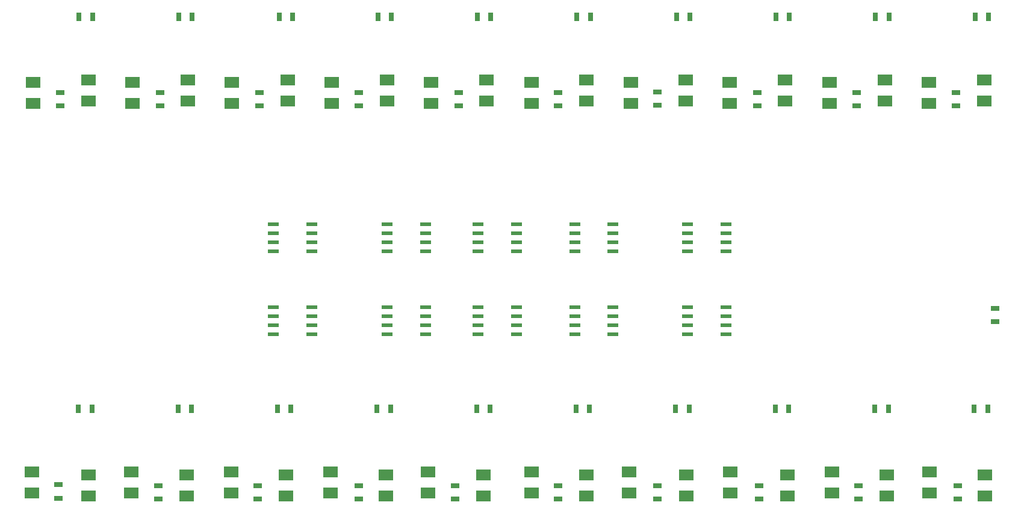
<source format=gtp>
G04*
G04 #@! TF.GenerationSoftware,Altium Limited,Altium Designer,20.0.1 (14)*
G04*
G04 Layer_Color=8421504*
%FSLAX44Y44*%
%MOMM*%
G71*
G01*
G75*
%ADD13R,0.7000X1.3000*%
%ADD14R,1.3000X0.7000*%
%ADD15R,2.1000X1.5000*%
%ADD16R,1.5500X0.6000*%
D13*
X1353990Y1175000D02*
D03*
X1372990D02*
D03*
X1213990D02*
D03*
X1232990D02*
D03*
X1092990D02*
D03*
X1073990D02*
D03*
X933990D02*
D03*
X952990D02*
D03*
X812990D02*
D03*
X793990D02*
D03*
X653990D02*
D03*
X672990D02*
D03*
X532990D02*
D03*
X513990D02*
D03*
X375500D02*
D03*
X394500D02*
D03*
X252990D02*
D03*
X233990D02*
D03*
X93990D02*
D03*
X112990D02*
D03*
X1372000Y622500D02*
D03*
X1353000D02*
D03*
X1213000D02*
D03*
X1232000D02*
D03*
X812000D02*
D03*
X793000D02*
D03*
X653000D02*
D03*
X672000D02*
D03*
X1092000D02*
D03*
X1073000D02*
D03*
X933000D02*
D03*
X952000D02*
D03*
X532000D02*
D03*
X513000D02*
D03*
X373000D02*
D03*
X392000D02*
D03*
X252000D02*
D03*
X233000D02*
D03*
X93000D02*
D03*
X112000D02*
D03*
D14*
X1382500Y764500D02*
D03*
Y745500D02*
D03*
X1327500Y1068510D02*
D03*
Y1049510D02*
D03*
X1187500D02*
D03*
Y1068510D02*
D03*
X1047500D02*
D03*
Y1049510D02*
D03*
X907500Y1050500D02*
D03*
Y1069500D02*
D03*
X767500Y1068510D02*
D03*
Y1049510D02*
D03*
X627500D02*
D03*
Y1068510D02*
D03*
X487500D02*
D03*
Y1049510D02*
D03*
X347500D02*
D03*
Y1068510D02*
D03*
X207500D02*
D03*
Y1049510D02*
D03*
X67500D02*
D03*
Y1068510D02*
D03*
X1330000Y495500D02*
D03*
Y514500D02*
D03*
X1190000D02*
D03*
Y495500D02*
D03*
X767500D02*
D03*
Y514500D02*
D03*
X622500D02*
D03*
Y495500D02*
D03*
X1050000D02*
D03*
Y514500D02*
D03*
X907500D02*
D03*
Y495500D02*
D03*
X487500D02*
D03*
Y514500D02*
D03*
X345000D02*
D03*
Y495500D02*
D03*
X205000D02*
D03*
Y514500D02*
D03*
X65000Y516000D02*
D03*
Y497000D02*
D03*
D15*
X1289001Y1082250D02*
D03*
Y1052750D02*
D03*
X1149001D02*
D03*
Y1082250D02*
D03*
X1009001D02*
D03*
Y1052750D02*
D03*
X870000D02*
D03*
Y1082250D02*
D03*
X730000D02*
D03*
Y1052750D02*
D03*
X589250D02*
D03*
Y1082250D02*
D03*
X449001D02*
D03*
Y1052750D02*
D03*
X309001D02*
D03*
Y1082250D02*
D03*
X169001D02*
D03*
Y1052750D02*
D03*
X29001D02*
D03*
Y1082250D02*
D03*
X1290000Y504250D02*
D03*
Y533750D02*
D03*
X1152500D02*
D03*
Y504250D02*
D03*
X730000Y504240D02*
D03*
Y533740D02*
D03*
X585000D02*
D03*
Y504240D02*
D03*
X1010000Y504250D02*
D03*
Y533750D02*
D03*
X867500Y533740D02*
D03*
Y504240D02*
D03*
X447500D02*
D03*
Y533740D02*
D03*
X307500D02*
D03*
Y504240D02*
D03*
X167500D02*
D03*
Y533740D02*
D03*
X27500Y533750D02*
D03*
Y504250D02*
D03*
X1366998Y1056750D02*
D03*
Y1086250D02*
D03*
X1226999D02*
D03*
Y1056750D02*
D03*
X1086999D02*
D03*
Y1086250D02*
D03*
X946999D02*
D03*
Y1056750D02*
D03*
X806999D02*
D03*
Y1086250D02*
D03*
X666999D02*
D03*
Y1056750D02*
D03*
X526998D02*
D03*
Y1086250D02*
D03*
X386998D02*
D03*
Y1056750D02*
D03*
X246999D02*
D03*
Y1086250D02*
D03*
X106999D02*
D03*
Y1056750D02*
D03*
X1367500Y529750D02*
D03*
Y500250D02*
D03*
X1230000D02*
D03*
Y529750D02*
D03*
X807500Y529740D02*
D03*
Y500240D02*
D03*
X662500D02*
D03*
Y529740D02*
D03*
X1090000Y529750D02*
D03*
Y500250D02*
D03*
X947500D02*
D03*
Y529750D02*
D03*
X525000Y529740D02*
D03*
Y500240D02*
D03*
X385000D02*
D03*
Y529740D02*
D03*
X245000D02*
D03*
Y500240D02*
D03*
X107500D02*
D03*
Y529740D02*
D03*
D16*
X950000Y882700D02*
D03*
Y870000D02*
D03*
Y857300D02*
D03*
Y844600D02*
D03*
X1004000Y882700D02*
D03*
Y870000D02*
D03*
Y857300D02*
D03*
Y844600D02*
D03*
X845000D02*
D03*
Y857300D02*
D03*
Y870000D02*
D03*
Y882700D02*
D03*
X791000Y844600D02*
D03*
Y857300D02*
D03*
Y870000D02*
D03*
Y882700D02*
D03*
X655000D02*
D03*
Y870000D02*
D03*
Y857300D02*
D03*
Y844600D02*
D03*
X709000Y882700D02*
D03*
Y870000D02*
D03*
Y857300D02*
D03*
Y844600D02*
D03*
X581500D02*
D03*
Y857300D02*
D03*
Y870000D02*
D03*
Y882700D02*
D03*
X527500Y844600D02*
D03*
Y857300D02*
D03*
Y870000D02*
D03*
Y882700D02*
D03*
X367500D02*
D03*
Y870000D02*
D03*
Y857300D02*
D03*
Y844600D02*
D03*
X421500Y882700D02*
D03*
Y870000D02*
D03*
Y857300D02*
D03*
Y844600D02*
D03*
X1004000Y727600D02*
D03*
Y740300D02*
D03*
Y753000D02*
D03*
Y765700D02*
D03*
X950000Y727600D02*
D03*
Y740300D02*
D03*
Y753000D02*
D03*
Y765700D02*
D03*
X655000D02*
D03*
Y753000D02*
D03*
Y740300D02*
D03*
Y727600D02*
D03*
X709000Y765700D02*
D03*
Y753000D02*
D03*
Y740300D02*
D03*
Y727600D02*
D03*
X845000D02*
D03*
Y740300D02*
D03*
Y753000D02*
D03*
Y765700D02*
D03*
X791000Y727600D02*
D03*
Y740300D02*
D03*
Y753000D02*
D03*
Y765700D02*
D03*
X527500D02*
D03*
Y753000D02*
D03*
Y740300D02*
D03*
Y727600D02*
D03*
X581500Y765700D02*
D03*
Y753000D02*
D03*
Y740300D02*
D03*
Y727600D02*
D03*
X421500D02*
D03*
Y740300D02*
D03*
Y753000D02*
D03*
Y765700D02*
D03*
X367500Y727600D02*
D03*
Y740300D02*
D03*
Y753000D02*
D03*
Y765700D02*
D03*
M02*

</source>
